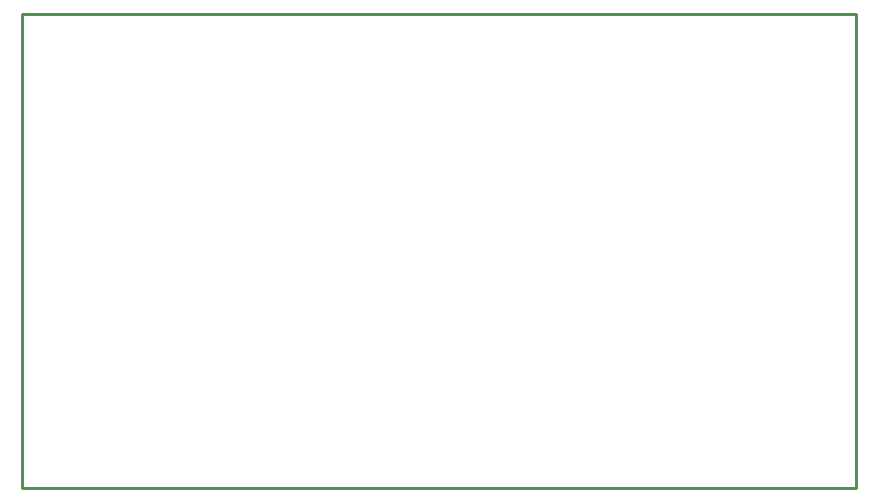
<source format=gko>
%FSLAX24Y24*%
%MOIN*%
G70*
G01*
G75*
G04 Layer_Color=16711935*
%ADD10C,0.0100*%
%ADD11R,0.0551X0.0591*%
%ADD12R,0.0591X0.0551*%
%ADD13O,0.0709X0.0118*%
%ADD14O,0.0118X0.0709*%
%ADD15R,0.0394X0.0945*%
%ADD16R,0.1299X0.0945*%
%ADD17C,0.0250*%
%ADD18C,0.0400*%
%ADD19C,0.0350*%
%ADD20C,0.0150*%
%ADD21R,0.0700X0.0700*%
%ADD22C,0.0700*%
%ADD23R,0.0800X0.0800*%
%ADD24C,0.0800*%
%ADD25C,0.0709*%
%ADD26C,0.1000*%
%ADD27R,0.1000X0.1000*%
%ADD28R,0.0650X0.0650*%
%ADD29R,0.0700X0.0700*%
%ADD30C,0.0640*%
%ADD31C,0.1181*%
%ADD32C,0.0650*%
%ADD33C,0.0600*%
%ADD34R,0.0140X0.0580*%
D10*
X43100Y24350D02*
Y40150D01*
X15300D02*
X43100D01*
X15300Y24350D02*
Y40150D01*
Y24350D02*
X43100D01*
M02*

</source>
